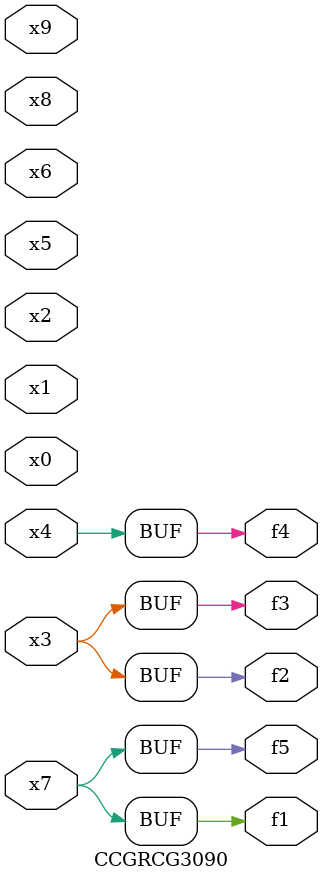
<source format=v>
module CCGRCG3090(
	input x0, x1, x2, x3, x4, x5, x6, x7, x8, x9,
	output f1, f2, f3, f4, f5
);
	assign f1 = x7;
	assign f2 = x3;
	assign f3 = x3;
	assign f4 = x4;
	assign f5 = x7;
endmodule

</source>
